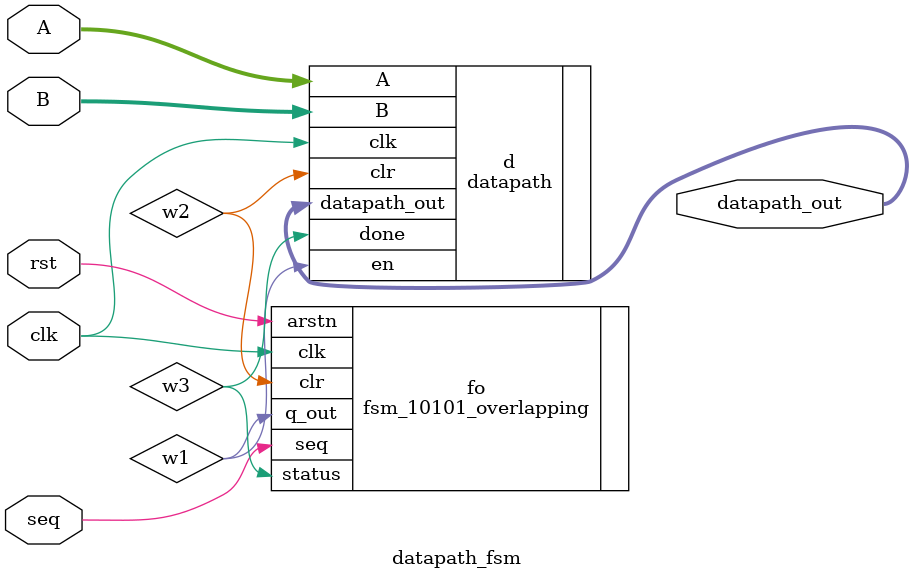
<source format=v>
`timescale 1ns / 1ps


module datapath_fsm(clk,rst,A,B,seq,datapath_out);
input clk,rst,seq;
input [3:0]A,B;
output [7:0]datapath_out;
//reg [7:0]temp;
wire w1,w2,w3;
fsm_10101_overlapping fo(.clk(clk),.arstn(rst),.seq(seq),.status(w3),.q_out(w1),.clr(w2));
datapath d(.clk(clk),.A(A),.B(B),.en(w1),.clr(w2),.done(w3),.datapath_out(datapath_out));
endmodule
</source>
